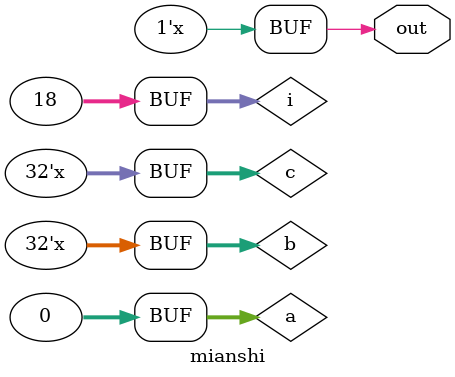
<source format=v>
module mianshi (
    output out
);

  reg [31:0] a;
  reg [31:0] b;
  reg [31:0] c;

  integer i;

always @(*) begin
    a <= 32'd0;b <= 32'd1;
    for(i = 0;i <= 17;i = i + 1)begin
        c = a + b;
        b = a;
        c = b;
    end
    out <= c;
end
endmodule
</source>
